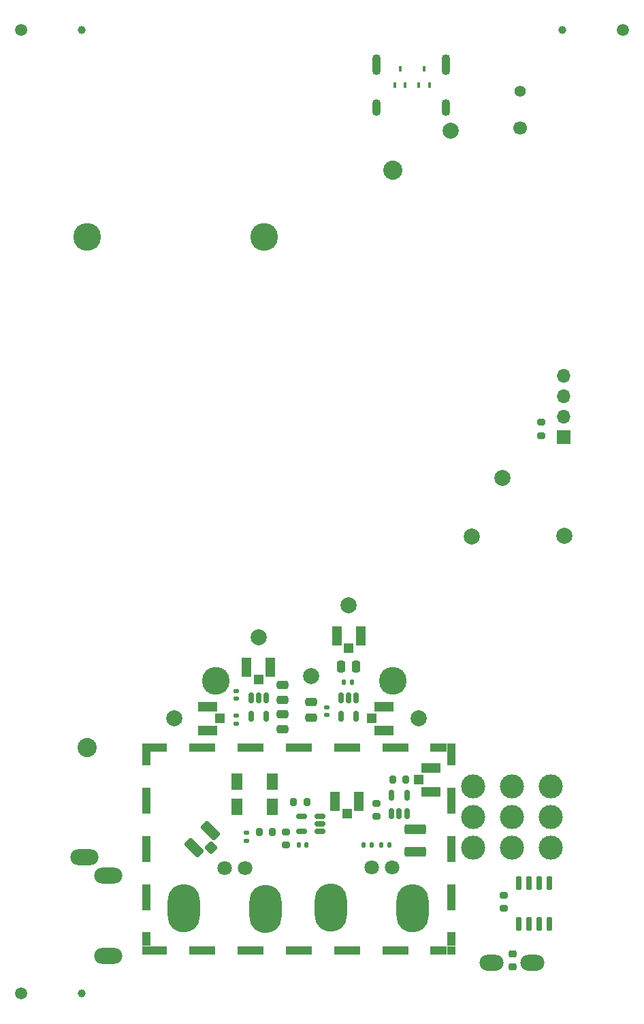
<source format=gbs>
G04 #@! TF.GenerationSoftware,KiCad,Pcbnew,6.0.11+dfsg-1*
G04 #@! TF.CreationDate,2023-09-05T11:20:00+01:00*
G04 #@! TF.ProjectId,low-noise-power-probe-panel,6c6f772d-6e6f-4697-9365-2d706f776572,rev?*
G04 #@! TF.SameCoordinates,Original*
G04 #@! TF.FileFunction,Soldermask,Bot*
G04 #@! TF.FilePolarity,Negative*
%FSLAX46Y46*%
G04 Gerber Fmt 4.6, Leading zero omitted, Abs format (unit mm)*
G04 Created by KiCad (PCBNEW 6.0.11+dfsg-1) date 2023-09-05 11:20:00*
%MOMM*%
%LPD*%
G01*
G04 APERTURE LIST*
G04 Aperture macros list*
%AMRoundRect*
0 Rectangle with rounded corners*
0 $1 Rounding radius*
0 $2 $3 $4 $5 $6 $7 $8 $9 X,Y pos of 4 corners*
0 Add a 4 corners polygon primitive as box body*
4,1,4,$2,$3,$4,$5,$6,$7,$8,$9,$2,$3,0*
0 Add four circle primitives for the rounded corners*
1,1,$1+$1,$2,$3*
1,1,$1+$1,$4,$5*
1,1,$1+$1,$6,$7*
1,1,$1+$1,$8,$9*
0 Add four rect primitives between the rounded corners*
20,1,$1+$1,$2,$3,$4,$5,0*
20,1,$1+$1,$4,$5,$6,$7,0*
20,1,$1+$1,$6,$7,$8,$9,0*
20,1,$1+$1,$8,$9,$2,$3,0*%
G04 Aperture macros list end*
%ADD10C,3.450000*%
%ADD11C,2.390000*%
%ADD12C,1.500000*%
%ADD13C,3.000000*%
%ADD14O,3.000000X2.000000*%
%ADD15O,4.000000X6.000000*%
%ADD16C,1.800000*%
%ADD17O,1.100000X2.100000*%
%ADD18O,1.100000X2.600000*%
%ADD19R,1.700000X1.700000*%
%ADD20O,1.700000X1.700000*%
%ADD21C,1.700000*%
%ADD22C,1.400000*%
%ADD23O,3.500000X2.000000*%
%ADD24RoundRect,0.140000X0.170000X-0.140000X0.170000X0.140000X-0.170000X0.140000X-0.170000X-0.140000X0*%
%ADD25RoundRect,0.250000X-1.075000X0.375000X-1.075000X-0.375000X1.075000X-0.375000X1.075000X0.375000X0*%
%ADD26RoundRect,0.101600X1.100000X0.525000X-1.100000X0.525000X-1.100000X-0.525000X1.100000X-0.525000X0*%
%ADD27RoundRect,0.101600X0.525000X0.500000X-0.525000X0.500000X-0.525000X-0.500000X0.525000X-0.500000X0*%
%ADD28RoundRect,0.140000X-0.170000X0.140000X-0.170000X-0.140000X0.170000X-0.140000X0.170000X0.140000X0*%
%ADD29RoundRect,0.140000X0.140000X0.170000X-0.140000X0.170000X-0.140000X-0.170000X0.140000X-0.170000X0*%
%ADD30RoundRect,0.218750X0.256250X-0.218750X0.256250X0.218750X-0.256250X0.218750X-0.256250X-0.218750X0*%
%ADD31RoundRect,0.200000X0.200000X0.275000X-0.200000X0.275000X-0.200000X-0.275000X0.200000X-0.275000X0*%
%ADD32RoundRect,0.150000X-0.150000X0.512500X-0.150000X-0.512500X0.150000X-0.512500X0.150000X0.512500X0*%
%ADD33RoundRect,0.101600X-1.149049X0.406586X0.406586X-1.149049X1.149049X-0.406586X-0.406586X1.149049X0*%
%ADD34RoundRect,0.101600X-0.724784X0.017678X0.017678X-0.724784X0.724784X-0.017678X-0.017678X0.724784X0*%
%ADD35RoundRect,0.101600X-0.525000X1.100000X-0.525000X-1.100000X0.525000X-1.100000X0.525000X1.100000X0*%
%ADD36RoundRect,0.101600X-0.500000X0.525000X-0.500000X-0.525000X0.500000X-0.525000X0.500000X0.525000X0*%
%ADD37RoundRect,0.150000X0.150000X-0.512500X0.150000X0.512500X-0.150000X0.512500X-0.150000X-0.512500X0*%
%ADD38C,2.000000*%
%ADD39RoundRect,0.150000X-0.150000X0.725000X-0.150000X-0.725000X0.150000X-0.725000X0.150000X0.725000X0*%
%ADD40R,0.450000X0.700000*%
%ADD41RoundRect,0.135000X-0.135000X-0.185000X0.135000X-0.185000X0.135000X0.185000X-0.135000X0.185000X0*%
%ADD42RoundRect,0.200000X0.275000X-0.200000X0.275000X0.200000X-0.275000X0.200000X-0.275000X-0.200000X0*%
%ADD43RoundRect,0.200000X-0.275000X0.200000X-0.275000X-0.200000X0.275000X-0.200000X0.275000X0.200000X0*%
%ADD44R,1.400000X2.100000*%
%ADD45RoundRect,0.140000X-0.140000X-0.170000X0.140000X-0.170000X0.140000X0.170000X-0.140000X0.170000X0*%
%ADD46RoundRect,0.250000X-0.250000X-0.475000X0.250000X-0.475000X0.250000X0.475000X-0.250000X0.475000X0*%
%ADD47C,1.000000*%
%ADD48RoundRect,0.250000X0.475000X-0.250000X0.475000X0.250000X-0.475000X0.250000X-0.475000X-0.250000X0*%
%ADD49RoundRect,0.101600X-1.100000X-0.525000X1.100000X-0.525000X1.100000X0.525000X-1.100000X0.525000X0*%
%ADD50RoundRect,0.101600X-0.525000X-0.500000X0.525000X-0.500000X0.525000X0.500000X-0.525000X0.500000X0*%
%ADD51RoundRect,0.150000X0.512500X0.150000X-0.512500X0.150000X-0.512500X-0.150000X0.512500X-0.150000X0*%
%ADD52RoundRect,0.250000X-0.475000X0.250000X-0.475000X-0.250000X0.475000X-0.250000X0.475000X0.250000X0*%
%ADD53R,1.000000X1.000000*%
%ADD54R,2.100000X1.000000*%
%ADD55R,1.000000X3.300000*%
%ADD56R,3.300000X1.000000*%
%ADD57R,1.000000X1.750000*%
%ADD58RoundRect,0.135000X0.135000X0.185000X-0.135000X0.185000X-0.135000X-0.185000X0.135000X-0.185000X0*%
G04 APERTURE END LIST*
D10*
X202800000Y-48200000D03*
D11*
X218800000Y-39870000D03*
D10*
X218800000Y-103400000D03*
D12*
X172600000Y-22500000D03*
D13*
X228800000Y-124120000D03*
X228800000Y-120310000D03*
X228800000Y-116500000D03*
X233630000Y-124120000D03*
X233630000Y-120310000D03*
X233630000Y-116500000D03*
X238460000Y-124120000D03*
X238460000Y-120310000D03*
X238460000Y-116500000D03*
D14*
X231090000Y-138470000D03*
X236170000Y-138470000D03*
D15*
X192820000Y-131680000D03*
X202980000Y-131780000D03*
D16*
X197900000Y-126700000D03*
X200440000Y-126700000D03*
D17*
X225429483Y-32125000D03*
X216789483Y-32125000D03*
D18*
X216789483Y-26765000D03*
X225429483Y-26765000D03*
D19*
X240050000Y-73100000D03*
D20*
X240050000Y-70560000D03*
X240050000Y-68020000D03*
X240050000Y-65480000D03*
D21*
X234600000Y-34650000D03*
D22*
X234600000Y-30050000D03*
D12*
X247400000Y-22500000D03*
X172600000Y-142300000D03*
D23*
X183400000Y-137650000D03*
X180400000Y-125350000D03*
X183400000Y-127650000D03*
D15*
X221280000Y-131705000D03*
X211120000Y-131605000D03*
D16*
X216200000Y-126625000D03*
X218740000Y-126625000D03*
D10*
X196800000Y-103400000D03*
D11*
X180800000Y-111730000D03*
D10*
X180800000Y-48200000D03*
D24*
X210600000Y-107680000D03*
X210600000Y-106720000D03*
D25*
X221600000Y-121900000D03*
X221600000Y-124700000D03*
D26*
X223500000Y-114225000D03*
X223500000Y-117175000D03*
D27*
X221975000Y-115700000D03*
D28*
X199350000Y-107770000D03*
X199350000Y-108730000D03*
D29*
X213680000Y-103600000D03*
X212720000Y-103600000D03*
D30*
X233700000Y-138937500D03*
X233700000Y-137362500D03*
D31*
X220425000Y-115700000D03*
X218775000Y-115700000D03*
D32*
X201150000Y-105562500D03*
X202100000Y-105562500D03*
X203050000Y-105562500D03*
X203050000Y-107837500D03*
X201150000Y-107837500D03*
X212350000Y-105562500D03*
X213300000Y-105562500D03*
X214250000Y-105562500D03*
X214250000Y-107837500D03*
X212350000Y-107837500D03*
D33*
X194057017Y-124142983D03*
X196142983Y-122057017D03*
D34*
X196178338Y-124178338D03*
D24*
X199350000Y-105630000D03*
X199350000Y-104670000D03*
X200600000Y-123280000D03*
X200600000Y-122320000D03*
D31*
X203825000Y-122200000D03*
X202175000Y-122200000D03*
D35*
X211825000Y-97855000D03*
X214775000Y-97855000D03*
D36*
X213300000Y-99380000D03*
D37*
X220543750Y-119943750D03*
X219593750Y-119943750D03*
X218643750Y-119943750D03*
X218643750Y-117668750D03*
X220543750Y-117668750D03*
D38*
X228600000Y-85500000D03*
D39*
X234495000Y-128525000D03*
X235765000Y-128525000D03*
X237035000Y-128525000D03*
X238305000Y-128525000D03*
X238305000Y-133675000D03*
X237035000Y-133675000D03*
X235765000Y-133675000D03*
X234495000Y-133675000D03*
D38*
X232400000Y-78200000D03*
D40*
X220350000Y-29300000D03*
X219050000Y-29300000D03*
X219700000Y-27300000D03*
D41*
X215190000Y-123800000D03*
X216210000Y-123800000D03*
D26*
X217700000Y-106625000D03*
X217700000Y-109575000D03*
D27*
X216175000Y-108100000D03*
D42*
X237250000Y-72925000D03*
X237250000Y-71275000D03*
D38*
X240100000Y-85400000D03*
D40*
X223350000Y-29300000D03*
X222050000Y-29300000D03*
X222700000Y-27300000D03*
D38*
X202100000Y-98000000D03*
D43*
X216800000Y-118625000D03*
X216800000Y-120275000D03*
D44*
X203800000Y-119100000D03*
X199400000Y-119100000D03*
D45*
X207090000Y-123800000D03*
X208050000Y-123800000D03*
D46*
X212350000Y-101600000D03*
X214250000Y-101600000D03*
D38*
X222000000Y-108100000D03*
D47*
X180100000Y-142300000D03*
D38*
X226000000Y-35000000D03*
D48*
X205100000Y-109450000D03*
X205100000Y-107550000D03*
D47*
X180100000Y-22500000D03*
D49*
X195800000Y-109575000D03*
X195800000Y-106625000D03*
D50*
X197325000Y-108100000D03*
D51*
X209737500Y-120250000D03*
X209737500Y-121200000D03*
X209737500Y-122150000D03*
X207462500Y-122150000D03*
X207462500Y-120250000D03*
D38*
X191600000Y-108100000D03*
D52*
X208600000Y-106050000D03*
X208600000Y-107950000D03*
D42*
X205500000Y-123825000D03*
X205500000Y-122175000D03*
D38*
X213300000Y-94000000D03*
D44*
X199400000Y-115900000D03*
X203800000Y-115900000D03*
D47*
X239900000Y-22500000D03*
D35*
X200625000Y-101755000D03*
X203575000Y-101755000D03*
D36*
X202100000Y-103280000D03*
D35*
X211625000Y-118380000D03*
X214575000Y-118380000D03*
D36*
X213100000Y-119905000D03*
D52*
X205100000Y-103900000D03*
X205100000Y-105800000D03*
D31*
X208125000Y-118450000D03*
X206475000Y-118450000D03*
D53*
X188150000Y-136900000D03*
X226050000Y-136900000D03*
D54*
X189700000Y-136900000D03*
D55*
X188150000Y-130300000D03*
D56*
X213100000Y-136900000D03*
D57*
X226050000Y-135525000D03*
D56*
X207100000Y-111700000D03*
X219100000Y-136900000D03*
D57*
X188150000Y-135525000D03*
D56*
X213100000Y-111700000D03*
D53*
X226050000Y-111700000D03*
D56*
X207100000Y-136900000D03*
D54*
X189700000Y-111700000D03*
D55*
X226050000Y-130300000D03*
D56*
X201100000Y-136900000D03*
X219100000Y-111700000D03*
X195100000Y-136900000D03*
D54*
X224500000Y-136900000D03*
D53*
X188150000Y-111700000D03*
D55*
X226050000Y-118300000D03*
X188150000Y-124300000D03*
D57*
X226050000Y-113075000D03*
D56*
X195100000Y-111700000D03*
D55*
X188150000Y-118300000D03*
X226050000Y-124300000D03*
D57*
X188150000Y-113075000D03*
D56*
X201100000Y-111700000D03*
D54*
X224500000Y-111700000D03*
D58*
X218410000Y-123800000D03*
X217390000Y-123800000D03*
D42*
X232600000Y-131725000D03*
X232600000Y-130075000D03*
D38*
X208600000Y-102800000D03*
M02*

</source>
